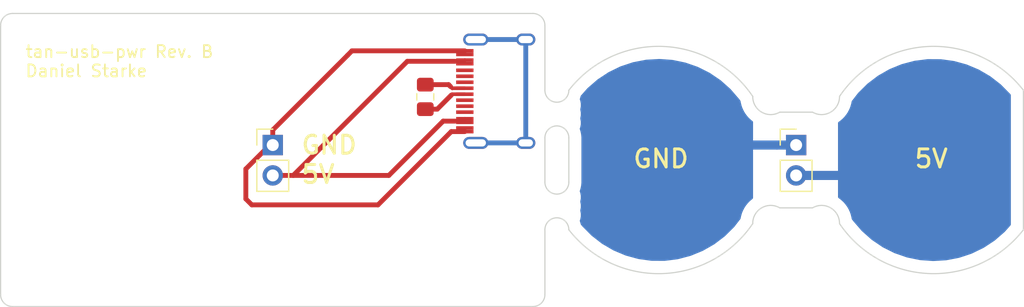
<source format=kicad_pcb>
(kicad_pcb (version 20171130) (host pcbnew "(5.1.5)-3")

  (general
    (thickness 1.6)
    (drawings 31)
    (tracks 41)
    (zones 0)
    (modules 7)
    (nets 6)
  )

  (page A4)
  (title_block
    (title "TAN USB PWR")
    (date 2024-11-30)
    (rev B)
    (company "Daniel Starke")
  )

  (layers
    (0 F.Cu signal)
    (31 B.Cu signal)
    (32 B.Adhes user)
    (33 F.Adhes user)
    (34 B.Paste user)
    (35 F.Paste user)
    (36 B.SilkS user)
    (37 F.SilkS user)
    (38 B.Mask user)
    (39 F.Mask user hide)
    (40 Dwgs.User user)
    (41 Cmts.User user)
    (42 Eco1.User user)
    (43 Eco2.User user)
    (44 Edge.Cuts user)
    (45 Margin user)
    (46 B.CrtYd user)
    (47 F.CrtYd user)
    (48 B.Fab user)
    (49 F.Fab user)
  )

  (setup
    (last_trace_width 0.4064)
    (user_trace_width 0.2032)
    (user_trace_width 0.254)
    (user_trace_width 0.3048)
    (user_trace_width 0.4064)
    (trace_clearance 0.1524)
    (zone_clearance 1)
    (zone_45_only no)
    (trace_min 0.0889)
    (via_size 0.5)
    (via_drill 0.3)
    (via_min_size 0.5)
    (via_min_drill 0.3)
    (uvia_size 0.5)
    (uvia_drill 0.3)
    (uvias_allowed no)
    (uvia_min_size 0.5)
    (uvia_min_drill 0.3)
    (edge_width 0.05)
    (segment_width 0.2)
    (pcb_text_width 0.3)
    (pcb_text_size 1.5 1.5)
    (mod_edge_width 0.12)
    (mod_text_size 1 1)
    (mod_text_width 0.15)
    (pad_size 3.5 3.5)
    (pad_drill 3.5)
    (pad_to_mask_clearance 0.0889)
    (solder_mask_min_width 0.0889)
    (aux_axis_origin 92 87.75)
    (grid_origin 92 87.75)
    (visible_elements 7FFFFFFF)
    (pcbplotparams
      (layerselection 0x010f0_ffffffff)
      (usegerberextensions false)
      (usegerberattributes false)
      (usegerberadvancedattributes false)
      (creategerberjobfile false)
      (excludeedgelayer false)
      (linewidth 0.020000)
      (plotframeref false)
      (viasonmask false)
      (mode 1)
      (useauxorigin true)
      (hpglpennumber 1)
      (hpglpenspeed 20)
      (hpglpendiameter 15.000000)
      (psnegative false)
      (psa4output false)
      (plotreference true)
      (plotvalue true)
      (plotinvisibletext false)
      (padsonsilk false)
      (subtractmaskfromsilk false)
      (outputformat 1)
      (mirror false)
      (drillshape 0)
      (scaleselection 1)
      (outputdirectory "gerber"))
  )

  (net 0 "")
  (net 1 GND)
  (net 2 +5V)
  (net 3 "Net-(P1-PadS1)")
  (net 4 "Net-(P1-PadA6)")
  (net 5 "Net-(P1-PadA7)")

  (net_class Default "This is the default net class."
    (clearance 0.1524)
    (trace_width 0.4064)
    (via_dia 0.5)
    (via_drill 0.3)
    (uvia_dia 0.5)
    (uvia_drill 0.3)
    (diff_pair_width 0.1524)
    (diff_pair_gap 0.1524)
    (add_net "Net-(P1-PadA6)")
    (add_net "Net-(P1-PadA7)")
    (add_net "Net-(P1-PadS1)")
  )

  (net_class Power ""
    (clearance 0.1524)
    (trace_width 0.762)
    (via_dia 0.5)
    (via_drill 0.3)
    (uvia_dia 0.5)
    (uvia_drill 0.3)
    (diff_pair_width 0.1524)
    (diff_pair_gap 0.1524)
    (add_net +5V)
    (add_net GND)
  )

  (module hw:mouse-bite-2mm-slot (layer F.Cu) (tedit 674A47FB) (tstamp 674A98B0)
    (at 138.5 79.35 90)
    (fp_text reference mouse-bite-2mm-slot (at 0 -2 90) (layer F.SilkS) hide
      (effects (font (size 1 1) (thickness 0.2)))
    )
    (fp_text value VAL** (at 0 2.1 90) (layer F.SilkS) hide
      (effects (font (size 1 1) (thickness 0.2)))
    )
    (fp_circle (center 2 0) (end 2.06 0) (layer Dwgs.User) (width 0.05))
    (fp_circle (center -2 0) (end -2 -0.06) (layer Dwgs.User) (width 0.05))
    (fp_line (start -2 0) (end -2 0) (layer Eco1.User) (width 2))
    (fp_line (start 2 0) (end 2 0) (layer Eco1.User) (width 2))
    (pad "" np_thru_hole circle (at 0 -0.75 90) (size 0.5 0.5) (drill 0.5) (layers *.Cu *.Mask))
    (pad "" np_thru_hole circle (at 0 0.75 90) (size 0.5 0.5) (drill 0.5) (layers *.Cu *.Mask))
    (pad "" np_thru_hole circle (at 0.75 -0.75 90) (size 0.5 0.5) (drill 0.5) (layers *.Cu *.Mask))
    (pad "" np_thru_hole circle (at -0.75 -0.75 90) (size 0.5 0.5) (drill 0.5) (layers *.Cu *.Mask))
    (pad "" np_thru_hole circle (at -0.75 0.75 90) (size 0.5 0.5) (drill 0.5) (layers *.Cu *.Mask))
    (pad "" np_thru_hole circle (at 0.75 0.75 90) (size 0.5 0.5) (drill 0.5) (layers *.Cu *.Mask))
  )

  (module hw:mouse-bite-2mm-slot (layer F.Cu) (tedit 674A47FB) (tstamp 674A9864)
    (at 138.5 71.65 90)
    (fp_text reference mouse-bite-2mm-slot (at 0 -2 90) (layer F.SilkS) hide
      (effects (font (size 1 1) (thickness 0.2)))
    )
    (fp_text value VAL** (at 0 2.1 90) (layer F.SilkS) hide
      (effects (font (size 1 1) (thickness 0.2)))
    )
    (fp_circle (center 2 0) (end 2.06 0) (layer Dwgs.User) (width 0.05))
    (fp_circle (center -2 0) (end -2 -0.06) (layer Dwgs.User) (width 0.05))
    (fp_line (start -2 0) (end -2 0) (layer Eco1.User) (width 2))
    (fp_line (start 2 0) (end 2 0) (layer Eco1.User) (width 2))
    (pad "" np_thru_hole circle (at 0 -0.75 90) (size 0.5 0.5) (drill 0.5) (layers *.Cu *.Mask))
    (pad "" np_thru_hole circle (at 0 0.75 90) (size 0.5 0.5) (drill 0.5) (layers *.Cu *.Mask))
    (pad "" np_thru_hole circle (at 0.75 -0.75 90) (size 0.5 0.5) (drill 0.5) (layers *.Cu *.Mask))
    (pad "" np_thru_hole circle (at -0.75 -0.75 90) (size 0.5 0.5) (drill 0.5) (layers *.Cu *.Mask))
    (pad "" np_thru_hole circle (at -0.75 0.75 90) (size 0.5 0.5) (drill 0.5) (layers *.Cu *.Mask))
    (pad "" np_thru_hole circle (at 0.75 0.75 90) (size 0.5 0.5) (drill 0.5) (layers *.Cu *.Mask))
  )

  (module MountingHole:MountingHole_2.1mm (layer F.Cu) (tedit 674A40EE) (tstamp 6711731C)
    (at 114.75 65.8)
    (descr "Mounting Hole 2.1mm, no annular")
    (tags "mounting hole 2.1mm no annular")
    (path /6711DD71)
    (attr virtual)
    (fp_text reference H1 (at 0 2) (layer F.SilkS) hide
      (effects (font (size 1 1) (thickness 0.15)))
    )
    (fp_text value MountingHole (at 0 3.2) (layer F.Fab)
      (effects (font (size 1 1) (thickness 0.15)))
    )
    (fp_circle (center 0 0) (end 2.35 0) (layer F.CrtYd) (width 0.05))
    (fp_circle (center 0 0) (end 2.1 0) (layer Cmts.User) (width 0.15))
    (fp_text user %R (at 0.3 0) (layer F.Fab)
      (effects (font (size 1 1) (thickness 0.15)))
    )
    (pad "" np_thru_hole circle (at 0 0) (size 3.5 3.5) (drill 3.5) (layers *.Cu *.Mask))
  )

  (module Resistor_SMD:R_0805_2012Metric_Pad1.15x1.40mm_HandSolder (layer F.Cu) (tedit 5B36C52B) (tstamp 6711650D)
    (at 127.5 70.225 270)
    (descr "Resistor SMD 0805 (2012 Metric), square (rectangular) end terminal, IPC_7351 nominal with elongated pad for handsoldering. (Body size source: https://docs.google.com/spreadsheets/d/1BsfQQcO9C6DZCsRaXUlFlo91Tg2WpOkGARC1WS5S8t0/edit?usp=sharing), generated with kicad-footprint-generator")
    (tags "resistor handsolder")
    (path /67106C92)
    (attr smd)
    (fp_text reference R1 (at -2.475 0 180) (layer F.SilkS) hide
      (effects (font (size 1 1) (thickness 0.15)))
    )
    (fp_text value 200R (at 0 1.65 90) (layer F.Fab)
      (effects (font (size 1 1) (thickness 0.15)))
    )
    (fp_text user %R (at 0 0 90) (layer F.Fab)
      (effects (font (size 0.5 0.5) (thickness 0.08)))
    )
    (fp_line (start 1.85 0.95) (end -1.85 0.95) (layer F.CrtYd) (width 0.05))
    (fp_line (start 1.85 -0.95) (end 1.85 0.95) (layer F.CrtYd) (width 0.05))
    (fp_line (start -1.85 -0.95) (end 1.85 -0.95) (layer F.CrtYd) (width 0.05))
    (fp_line (start -1.85 0.95) (end -1.85 -0.95) (layer F.CrtYd) (width 0.05))
    (fp_line (start -0.261252 0.71) (end 0.261252 0.71) (layer F.SilkS) (width 0.12))
    (fp_line (start -0.261252 -0.71) (end 0.261252 -0.71) (layer F.SilkS) (width 0.12))
    (fp_line (start 1 0.6) (end -1 0.6) (layer F.Fab) (width 0.1))
    (fp_line (start 1 -0.6) (end 1 0.6) (layer F.Fab) (width 0.1))
    (fp_line (start -1 -0.6) (end 1 -0.6) (layer F.Fab) (width 0.1))
    (fp_line (start -1 0.6) (end -1 -0.6) (layer F.Fab) (width 0.1))
    (pad 2 smd roundrect (at 1.025 0 270) (size 1.15 1.4) (layers F.Cu F.Paste F.Mask) (roundrect_rratio 0.217391)
      (net 4 "Net-(P1-PadA6)"))
    (pad 1 smd roundrect (at -1.025 0 270) (size 1.15 1.4) (layers F.Cu F.Paste F.Mask) (roundrect_rratio 0.217391)
      (net 5 "Net-(P1-PadA7)"))
    (model ${KISYS3DMOD}/Resistor_SMD.3dshapes/R_0805_2012Metric.wrl
      (at (xyz 0 0 0))
      (scale (xyz 1 1 1))
      (rotate (xyz 0 0 0))
    )
  )

  (module Connector_USB:USB_C_HRO_TYPE_C_31_M_12 (layer F.Cu) (tedit 5E6FDC12) (tstamp 671164FC)
    (at 138.5 69.75 90)
    (tags USB_C_HRO_TYPE_C_31_M_12)
    (path /671030C2)
    (attr smd)
    (fp_text reference P1 (at 0 -3.5 90) (layer F.SilkS) hide
      (effects (font (size 1 1) (thickness 0.15)))
    )
    (fp_text value USB_C_Plug_USB2.0 (at 0 1.15 90) (layer Dwgs.User)
      (effects (font (size 1 1) (thickness 0.15)))
    )
    (fp_line (start -4.47 -7.3) (end 4.47 -7.3) (layer Dwgs.User) (width 0.15))
    (fp_line (start 4.47 0) (end 4.47 -7.3) (layer Dwgs.User) (width 0.15))
    (fp_line (start -4.47 0) (end -4.47 -7.3) (layer Dwgs.User) (width 0.15))
    (fp_line (start -4.47 0) (end 4.47 0) (layer Dwgs.User) (width 0.15))
    (pad B1 smd rect (at 3.075 -7.695 90) (size 0.3 1.45) (layers F.Cu F.Paste F.Mask)
      (net 1 GND))
    (pad A9 smd rect (at 2.6 -7.695 90) (size 0.3 1.45) (layers F.Cu F.Paste F.Mask)
      (net 2 +5V))
    (pad A4 smd rect (at -2.6 -7.695 90) (size 0.3 1.45) (layers F.Cu F.Paste F.Mask)
      (net 2 +5V))
    (pad A1 smd rect (at -3.375 -7.695 90) (size 0.3 1.45) (layers F.Cu F.Paste F.Mask)
      (net 1 GND))
    (pad S1 thru_hole oval (at 4.32 -2.6 90) (size 1 1.6) (drill oval 0.6 1.2) (layers *.Cu *.Mask)
      (net 3 "Net-(P1-PadS1)"))
    (pad S1 thru_hole oval (at -4.32 -2.6 90) (size 1 1.6) (drill oval 0.6 1.2) (layers *.Cu *.Mask)
      (net 3 "Net-(P1-PadS1)"))
    (pad S1 thru_hole oval (at 4.32 -6.78 90) (size 1 2.1) (drill oval 0.6 1.7) (layers *.Cu *.Mask)
      (net 3 "Net-(P1-PadS1)"))
    (pad S1 thru_hole oval (at -4.32 -6.78 90) (size 1 2.1) (drill oval 0.6 1.7) (layers *.Cu *.Mask)
      (net 3 "Net-(P1-PadS1)"))
    (pad "" np_thru_hole circle (at -2.89 -6.25 90) (size 0.65 0.65) (drill 0.65) (layers *.Cu *.Mask))
    (pad "" np_thru_hole circle (at 2.89 -6.25 90) (size 0.65 0.65) (drill 0.65) (layers *.Cu *.Mask))
    (pad A6 smd rect (at -0.25 -7.695 90) (size 0.3 1.45) (layers F.Cu F.Paste F.Mask)
      (net 4 "Net-(P1-PadA6)"))
    (pad A7 smd rect (at 0.25 -7.695 90) (size 0.3 1.45) (layers F.Cu F.Paste F.Mask)
      (net 5 "Net-(P1-PadA7)"))
    (pad B6 smd rect (at 0.75 -7.695 90) (size 0.3 1.45) (layers F.Cu F.Paste F.Mask))
    (pad B7 smd rect (at -0.75 -7.695 90) (size 0.3 1.45) (layers F.Cu F.Paste F.Mask))
    (pad A8 smd rect (at 1.25 -7.695 90) (size 0.3 1.45) (layers F.Cu F.Paste F.Mask))
    (pad A5 smd rect (at -1.25 -7.695 90) (size 0.3 1.45) (layers F.Cu F.Paste F.Mask))
    (pad B5 smd rect (at 1.75 -7.695 90) (size 0.3 1.45) (layers F.Cu F.Paste F.Mask))
    (pad B8 smd rect (at -1.75 -7.695 90) (size 0.3 1.45) (layers F.Cu F.Paste F.Mask))
    (pad B9 smd rect (at -2.3 -7.695 90) (size 0.3 1.45) (layers F.Cu F.Paste F.Mask)
      (net 2 +5V))
    (pad B4 smd rect (at 2.3 -7.695 90) (size 0.3 1.45) (layers F.Cu F.Paste F.Mask)
      (net 2 +5V))
    (pad B12 smd rect (at -3.075 -7.695 90) (size 0.3 1.45) (layers F.Cu F.Paste F.Mask)
      (net 1 GND))
    (pad A12 smd rect (at 3.375 -7.695 90) (size 0.3 1.45) (layers F.Cu F.Paste F.Mask)
      (net 1 GND))
    (model ../3d/HRO_TYPE-C-31-M-12.wrl
      (at (xyz 0 0 0))
      (scale (xyz 1 1 1))
      (rotate (xyz 0 0 0))
    )
  )

  (module Connector_PinHeader_2.54mm:PinHeader_1x02_P2.54mm_Vertical (layer F.Cu) (tedit 59FED5CC) (tstamp 67116875)
    (at 114.75 74.25)
    (descr "Through hole straight pin header, 1x02, 2.54mm pitch, single row")
    (tags "Through hole pin header THT 1x02 2.54mm single row")
    (path /6710C089)
    (fp_text reference J1 (at 0 -2.33) (layer F.SilkS) hide
      (effects (font (size 1 1) (thickness 0.15)))
    )
    (fp_text value Conn_01x02 (at 0 4.87) (layer F.Fab)
      (effects (font (size 1 1) (thickness 0.15)))
    )
    (fp_text user %R (at 0 1.27 90) (layer F.Fab)
      (effects (font (size 1 1) (thickness 0.15)))
    )
    (fp_line (start 1.8 -1.8) (end -1.8 -1.8) (layer F.CrtYd) (width 0.05))
    (fp_line (start 1.8 4.35) (end 1.8 -1.8) (layer F.CrtYd) (width 0.05))
    (fp_line (start -1.8 4.35) (end 1.8 4.35) (layer F.CrtYd) (width 0.05))
    (fp_line (start -1.8 -1.8) (end -1.8 4.35) (layer F.CrtYd) (width 0.05))
    (fp_line (start -1.33 -1.33) (end 0 -1.33) (layer F.SilkS) (width 0.12))
    (fp_line (start -1.33 0) (end -1.33 -1.33) (layer F.SilkS) (width 0.12))
    (fp_line (start -1.33 1.27) (end 1.33 1.27) (layer F.SilkS) (width 0.12))
    (fp_line (start 1.33 1.27) (end 1.33 3.87) (layer F.SilkS) (width 0.12))
    (fp_line (start -1.33 1.27) (end -1.33 3.87) (layer F.SilkS) (width 0.12))
    (fp_line (start -1.33 3.87) (end 1.33 3.87) (layer F.SilkS) (width 0.12))
    (fp_line (start -1.27 -0.635) (end -0.635 -1.27) (layer F.Fab) (width 0.1))
    (fp_line (start -1.27 3.81) (end -1.27 -0.635) (layer F.Fab) (width 0.1))
    (fp_line (start 1.27 3.81) (end -1.27 3.81) (layer F.Fab) (width 0.1))
    (fp_line (start 1.27 -1.27) (end 1.27 3.81) (layer F.Fab) (width 0.1))
    (fp_line (start -0.635 -1.27) (end 1.27 -1.27) (layer F.Fab) (width 0.1))
    (pad 2 thru_hole oval (at 0 2.54) (size 1.7 1.7) (drill 1) (layers *.Cu *.Mask)
      (net 2 +5V))
    (pad 1 thru_hole rect (at 0 0) (size 1.7 1.7) (drill 1) (layers *.Cu *.Mask)
      (net 1 GND))
    (model ${KISYS3DMOD}/Connector_PinHeader_2.54mm.3dshapes/PinHeader_1x02_P2.54mm_Vertical.wrl
      (at (xyz 0 0 0))
      (scale (xyz 1 1 1))
      (rotate (xyz 0 0 0))
    )
  )

  (module Connector_PinHeader_2.54mm:PinHeader_1x02_P2.54mm_Vertical (layer F.Cu) (tedit 59FED5CC) (tstamp 6711747B)
    (at 158.5 74.25)
    (descr "Through hole straight pin header, 1x02, 2.54mm pitch, single row")
    (tags "Through hole pin header THT 1x02 2.54mm single row")
    (path /671175A1)
    (fp_text reference J2 (at 0 -2.33) (layer F.SilkS) hide
      (effects (font (size 1 1) (thickness 0.15)))
    )
    (fp_text value Conn_01x02 (at 0 4.87) (layer F.Fab)
      (effects (font (size 1 1) (thickness 0.15)))
    )
    (fp_text user %R (at 0 1.27 90) (layer F.Fab)
      (effects (font (size 1 1) (thickness 0.15)))
    )
    (fp_line (start 1.8 -1.8) (end -1.8 -1.8) (layer F.CrtYd) (width 0.05))
    (fp_line (start 1.8 4.35) (end 1.8 -1.8) (layer F.CrtYd) (width 0.05))
    (fp_line (start -1.8 4.35) (end 1.8 4.35) (layer F.CrtYd) (width 0.05))
    (fp_line (start -1.8 -1.8) (end -1.8 4.35) (layer F.CrtYd) (width 0.05))
    (fp_line (start -1.33 -1.33) (end 0 -1.33) (layer F.SilkS) (width 0.12))
    (fp_line (start -1.33 0) (end -1.33 -1.33) (layer F.SilkS) (width 0.12))
    (fp_line (start -1.33 1.27) (end 1.33 1.27) (layer F.SilkS) (width 0.12))
    (fp_line (start 1.33 1.27) (end 1.33 3.87) (layer F.SilkS) (width 0.12))
    (fp_line (start -1.33 1.27) (end -1.33 3.87) (layer F.SilkS) (width 0.12))
    (fp_line (start -1.33 3.87) (end 1.33 3.87) (layer F.SilkS) (width 0.12))
    (fp_line (start -1.27 -0.635) (end -0.635 -1.27) (layer F.Fab) (width 0.1))
    (fp_line (start -1.27 3.81) (end -1.27 -0.635) (layer F.Fab) (width 0.1))
    (fp_line (start 1.27 3.81) (end -1.27 3.81) (layer F.Fab) (width 0.1))
    (fp_line (start 1.27 -1.27) (end 1.27 3.81) (layer F.Fab) (width 0.1))
    (fp_line (start -0.635 -1.27) (end 1.27 -1.27) (layer F.Fab) (width 0.1))
    (pad 2 thru_hole oval (at 0 2.54) (size 1.7 1.7) (drill 1) (layers *.Cu *.Mask)
      (net 2 +5V))
    (pad 1 thru_hole rect (at 0 0) (size 1.7 1.7) (drill 1) (layers *.Cu *.Mask)
      (net 1 GND))
    (model ${KISYS3DMOD}/Connector_PinHeader_2.54mm.3dshapes/PinHeader_1x02_P2.54mm_Vertical.wrl
      (at (xyz 0 0 0))
      (scale (xyz 1 1 1))
      (rotate (xyz 0 0 0))
    )
  )

  (gr_line (start 139.5 77.35) (end 139.5 73.65) (layer Edge.Cuts) (width 0.1) (tstamp 674A99D2))
  (gr_arc (start 138.5 77.35) (end 137.5 77.35) (angle -180) (layer Edge.Cuts) (width 0.1) (tstamp 674A43D1))
  (gr_arc (start 138.5 73.65) (end 139.5 73.65) (angle -180) (layer Edge.Cuts) (width 0.1) (tstamp 674A43B2))
  (gr_line (start 177.5 69.669) (end 177.5 81.33095) (layer Edge.Cuts) (width 0.1) (tstamp 674A990C))
  (gr_arc (start 170 75.5) (end 162.126925 80.816456) (angle -108.1063631) (layer Edge.Cuts) (width 0.1) (tstamp 674A9909))
  (gr_arc (start 160.6271 80.79553) (end 162.126953 80.816511) (angle -121.06842) (layer Edge.Cuts) (width 0.1) (tstamp 674A9906))
  (gr_line (start 157.1289 79.5) (end 159.8711 79.5) (layer Edge.Cuts) (width 0.1) (tstamp 674A9903))
  (gr_arc (start 156.3729 80.79553) (end 157.128947 79.500003) (angle -121.0681) (layer Edge.Cuts) (width 0.1) (tstamp 674A9900))
  (gr_arc (start 147 75.5) (end 139.5 81.330999) (angle -108.1057277) (layer Edge.Cuts) (width 0.1) (tstamp 674A98FD))
  (gr_arc (start 147 75.5) (end 154.873037 70.18349) (angle -108.1057364) (layer Edge.Cuts) (width 0.1) (tstamp 674A98F7))
  (gr_arc (start 156.3729 70.2045) (end 154.873046 70.183531) (angle -121.0681) (layer Edge.Cuts) (width 0.1) (tstamp 674A98F4))
  (gr_line (start 157.1289 71.5) (end 159.8711 71.5) (layer Edge.Cuts) (width 0.1) (tstamp 674A98F1))
  (gr_arc (start 160.6271 70.2045) (end 159.871054 71.500029) (angle -121.06842) (layer Edge.Cuts) (width 0.1) (tstamp 674A98EE))
  (gr_arc (start 170 75.5) (end 177.5 69.669) (angle -108.1061261) (layer Edge.Cuts) (width 0.1) (tstamp 674A98EB))
  (gr_text "tan-usb-pwr Rev. B\nDaniel Starke" (at 94 67.25) (layer F.SilkS)
    (effects (font (size 1 1) (thickness 0.15)) (justify left))
  )
  (gr_text 5V (at 117.017857 76.695) (layer F.SilkS) (tstamp 67116A6E)
    (effects (font (size 1.5 1.5) (thickness 0.25)) (justify left))
  )
  (gr_text GND (at 117.017857 74.25) (layer F.SilkS)
    (effects (font (size 1.5 1.5) (thickness 0.25)) (justify left))
  )
  (gr_line (start 137.5 77.35) (end 137.5 73.65) (layer Edge.Cuts) (width 0.1) (tstamp 6711C885))
  (gr_line (start 137.5 81.330999) (end 137.5 86.75) (layer Edge.Cuts) (width 0.1) (tstamp 6711C884))
  (gr_arc (start 138.5 81.330999) (end 139.5 81.330999) (angle -180) (layer Edge.Cuts) (width 0.1) (tstamp 6711753C))
  (gr_arc (start 138.5 69.669002) (end 137.5 69.669002) (angle -180) (layer Edge.Cuts) (width 0.1))
  (gr_line (start 136.5 63.25) (end 93 63.25) (layer Edge.Cuts) (width 0.1))
  (gr_arc (start 136.5 64.25) (end 137.5 64.25) (angle -90) (layer Edge.Cuts) (width 0.1))
  (gr_line (start 137.5 69.669002) (end 137.5 64.25) (layer Edge.Cuts) (width 0.1))
  (gr_arc (start 136.5 86.75) (end 136.5 87.75) (angle -90) (layer Edge.Cuts) (width 0.1))
  (gr_line (start 93 87.75) (end 136.5 87.75) (layer Edge.Cuts) (width 0.1))
  (gr_line (start 92 64.25) (end 92 86.75) (layer Edge.Cuts) (width 0.1))
  (gr_arc (start 93 64.25) (end 93 63.25) (angle -90) (layer Edge.Cuts) (width 0.1))
  (gr_arc (start 93 86.75) (end 92 86.75) (angle -90) (layer Edge.Cuts) (width 0.1))
  (gr_text 5V (at 169.796472 75.3925) (layer F.SilkS) (tstamp 671174A9)
    (effects (font (size 1.5 1.5) (thickness 0.25)))
  )
  (gr_text GND (at 147.203524 75.3925) (layer F.SilkS) (tstamp 671174A6)
    (effects (font (size 1.5 1.5) (thickness 0.25)))
  )

  (segment (start 158.5 74.25) (end 156.888 74.25) (width 0.762) (layer B.Cu) (net 1))
  (segment (start 156.888 74.25) (end 146 74.25) (width 0.762) (layer B.Cu) (net 1))
  (segment (start 112.5 76.25) (end 112.5 78.75) (width 0.4064) (layer F.Cu) (net 1))
  (segment (start 112.5 78.75) (end 113 79.25) (width 0.4064) (layer F.Cu) (net 1))
  (segment (start 114.5 74.25) (end 112.5 76.25) (width 0.4064) (layer F.Cu) (net 1))
  (segment (start 123.5486 79.25) (end 129.6736 73.125) (width 0.4064) (layer F.Cu) (net 1))
  (segment (start 129.6736 73.125) (end 130.805 73.125) (width 0.4064) (layer F.Cu) (net 1))
  (segment (start 121 66.75) (end 114.75 72.9936) (width 0.4064) (layer F.Cu) (net 1))
  (segment (start 121.3686 66.375) (end 121 66.75) (width 0.4064) (layer F.Cu) (net 1))
  (segment (start 113 79.25) (end 123.5486 79.25) (width 0.4064) (layer F.Cu) (net 1))
  (segment (start 114.75 74.25) (end 114.5 74.25) (width 0.4064) (layer F.Cu) (net 1))
  (segment (start 130.805 66.375) (end 121.3686 66.375) (width 0.4064) (layer F.Cu) (net 1))
  (segment (start 114.75 72.9936) (end 114.75 74.25) (width 0.4064) (layer F.Cu) (net 1))
  (segment (start 130.805 73.125) (end 130.805 72.825) (width 0.2032) (layer F.Cu) (net 1))
  (segment (start 130.805 66.675) (end 130.805 66.375) (width 0.2032) (layer F.Cu) (net 1))
  (segment (start 158.5 76.79) (end 170.46 76.79) (width 0.762) (layer B.Cu) (net 2))
  (segment (start 128.9934 72.25) (end 130 72.25) (width 0.4064) (layer F.Cu) (net 2))
  (segment (start 124.4534 76.79) (end 128.9934 72.25) (width 0.4064) (layer F.Cu) (net 2))
  (segment (start 114.75 76.79) (end 124.4534 76.79) (width 0.4064) (layer F.Cu) (net 2))
  (segment (start 130.805 72.35) (end 130.805 72.05) (width 0.2032) (layer F.Cu) (net 2))
  (segment (start 130 72.25) (end 130.605 72.25) (width 0.3048) (layer F.Cu) (net 2))
  (segment (start 130.605 72.25) (end 130.805 72.05) (width 0.3048) (layer F.Cu) (net 2))
  (segment (start 130 67.25) (end 130.705 67.25) (width 0.3048) (layer F.Cu) (net 2))
  (segment (start 130.705 67.25) (end 130.805 67.15) (width 0.3048) (layer F.Cu) (net 2))
  (segment (start 116.46 76.79) (end 126 67.25) (width 0.4064) (layer F.Cu) (net 2))
  (segment (start 126 67.25) (end 130 67.25) (width 0.4064) (layer F.Cu) (net 2))
  (segment (start 130.805 67.45) (end 130.805 67.15) (width 0.2032) (layer F.Cu) (net 2))
  (segment (start 135.9 65.43) (end 135.9 74.07) (width 0.4064) (layer B.Cu) (net 3))
  (segment (start 135.9 74.07) (end 131.72 74.07) (width 0.4064) (layer B.Cu) (net 3))
  (segment (start 131.72 65.43) (end 135.9 65.43) (width 0.4064) (layer B.Cu) (net 3))
  (segment (start 129.75 70) (end 129.722032 70.027968) (width 0.3048) (layer F.Cu) (net 4))
  (segment (start 130.805 70) (end 129.75 70) (width 0.3048) (layer F.Cu) (net 4))
  (segment (start 129.722032 70.027968) (end 129.671232 70.078768) (width 0.3048) (layer F.Cu) (net 4))
  (segment (start 128.5 71.25) (end 129.671232 70.078768) (width 0.4064) (layer F.Cu) (net 4))
  (segment (start 127.5 71.25) (end 128.5 71.25) (width 0.4064) (layer F.Cu) (net 4))
  (segment (start 129.7752 69.5) (end 130.805 69.5) (width 0.3048) (layer F.Cu) (net 5))
  (segment (start 127.5 69.2) (end 129.45 69.2) (width 0.4064) (layer F.Cu) (net 5))
  (segment (start 129.755241 69.505241) (end 129.45 69.2) (width 0.3048) (layer F.Cu) (net 5))
  (segment (start 129.769959 69.505241) (end 129.7752 69.5) (width 0.3048) (layer F.Cu) (net 5))
  (segment (start 129.769959 69.505241) (end 129.755241 69.505241) (width 0.3048) (layer F.Cu) (net 5))
  (segment (start 129.45 69.2) (end 129.61 69.36) (width 0.4064) (layer F.Cu) (net 5))

  (zone (net 0) (net_name "") (layer B.Mask) (tstamp 674A9B3E) (hatch edge 0.508)
    (connect_pads (clearance 1))
    (min_thickness 0.254)
    (fill yes (arc_segments 32) (thermal_gap 1) (thermal_bridge_width 1))
    (polygon
      (pts
        (xy 177.5 85.75) (xy 162 85.75) (xy 162 65.25) (xy 177.5 65.25)
      )
    )
    (filled_polygon
      (pts
        (xy 170.608882 66.019503) (xy 171.223982 66.079149) (xy 171.833903 66.178661) (xy 172.436063 66.317617) (xy 173.027914 66.495429)
        (xy 173.606953 66.711345) (xy 174.170729 66.964452) (xy 174.716855 67.253677) (xy 175.243022 67.577798) (xy 175.747002 67.935443)
        (xy 176.226663 68.325097) (xy 176.679975 68.745114) (xy 177.105021 69.193714) (xy 177.373 69.516178) (xy 177.373 81.483774)
        (xy 177.105025 81.806238) (xy 176.679982 82.25484) (xy 176.226672 82.674858) (xy 175.747012 83.064514) (xy 175.243034 83.42216)
        (xy 174.716869 83.746282) (xy 174.170743 84.035509) (xy 173.606969 84.288617) (xy 173.027932 84.504535) (xy 172.436081 84.682349)
        (xy 171.833922 84.821306) (xy 171.224002 84.920819) (xy 170.608903 84.980467) (xy 169.991227 84.999997) (xy 169.373588 84.979326)
        (xy 168.7586 84.918543) (xy 168.148865 84.817903) (xy 167.546963 84.677834) (xy 166.955442 84.498927) (xy 166.376804 84.28194)
        (xy 165.813498 84.027791) (xy 165.267908 83.737556) (xy 164.742343 83.412462) (xy 164.239026 83.053886) (xy 163.760087 82.663345)
        (xy 163.307553 82.24249) (xy 162.88334 81.793104) (xy 162.489241 81.317088) (xy 162.127 80.816561) (xy 162.127 70.183456)
        (xy 162.489217 69.682896) (xy 162.883316 69.206879) (xy 163.30753 68.757493) (xy 163.760064 68.336638) (xy 164.239002 67.946096)
        (xy 164.74232 67.587519) (xy 165.267885 67.262424) (xy 165.813475 66.972188) (xy 166.376781 66.718038) (xy 166.955419 66.501051)
        (xy 167.546941 66.322143) (xy 168.148843 66.182072) (xy 168.758578 66.081431) (xy 169.373566 66.020646) (xy 169.991206 65.999974)
      )
    )
  )
  (zone (net 0) (net_name "") (layer B.Mask) (tstamp 674A9B3B) (hatch edge 0.508)
    (connect_pads (clearance 1))
    (min_thickness 0.254)
    (fill yes (arc_segments 32) (thermal_gap 1) (thermal_bridge_width 1))
    (polygon
      (pts
        (xy 154.9 85.75) (xy 139.7 85.75) (xy 139.7 65.25) (xy 154.9 65.25)
      )
    )
    (filled_polygon
      (pts
        (xy 147.626397 66.020675) (xy 148.241381 66.081457) (xy 148.851113 66.182094) (xy 149.453011 66.322161) (xy 150.044529 66.501065)
        (xy 150.623164 66.718049) (xy 151.186468 66.972194) (xy 151.732056 67.262426) (xy 152.257619 67.587515) (xy 152.760935 67.946087)
        (xy 153.239873 68.336623) (xy 153.692406 68.757472) (xy 154.11662 69.206853) (xy 154.51072 69.682864) (xy 154.773 70.045265)
        (xy 154.773 80.954751) (xy 154.510743 81.317155) (xy 154.116642 81.793167) (xy 153.692427 82.242549) (xy 153.239892 82.663399)
        (xy 152.760953 83.053937) (xy 152.257636 83.41251) (xy 151.73207 83.7376) (xy 151.186481 84.027833) (xy 150.623176 84.281979)
        (xy 150.044539 84.498963) (xy 149.453019 84.677867) (xy 148.851118 84.817935) (xy 148.241385 84.918573) (xy 147.626399 84.979355)
        (xy 147.008762 85.000025) (xy 146.391088 84.980494) (xy 145.77599 84.920846) (xy 145.166072 84.821333) (xy 144.563915 84.682376)
        (xy 143.972066 84.504563) (xy 143.393029 84.288647) (xy 142.829257 84.03554) (xy 142.283133 83.746315) (xy 141.756968 83.422195)
        (xy 141.25299 83.064551) (xy 140.773332 82.674897) (xy 140.320021 82.254882) (xy 139.894978 81.806283) (xy 139.827 81.724484)
        (xy 139.827 69.275555) (xy 139.895 69.193737) (xy 140.320042 68.74514) (xy 140.773351 68.325126) (xy 141.253008 67.935473)
        (xy 141.756984 67.577831) (xy 142.283147 67.253711) (xy 142.829269 66.964487) (xy 143.39304 66.711381) (xy 143.972075 66.495465)
        (xy 144.563922 66.317652) (xy 145.166078 66.178696) (xy 145.775994 66.079183) (xy 146.391089 66.019535) (xy 147.008761 66.000005)
      )
    )
  )
  (zone (net 0) (net_name "") (layer B.Paste) (tstamp 674A9B38) (hatch edge 0.508)
    (connect_pads (clearance 1))
    (min_thickness 0.254)
    (fill yes (arc_segments 32) (thermal_gap 1) (thermal_bridge_width 1))
    (polygon
      (pts
        (xy 177.5 85.75) (xy 162 85.75) (xy 162 65.25) (xy 177.5 65.25)
      )
    )
    (filled_polygon
      (pts
        (xy 170.608882 66.019503) (xy 171.223982 66.079149) (xy 171.833903 66.178661) (xy 172.436063 66.317617) (xy 173.027914 66.495429)
        (xy 173.606953 66.711345) (xy 174.170729 66.964452) (xy 174.716855 67.253677) (xy 175.243022 67.577798) (xy 175.747002 67.935443)
        (xy 176.226663 68.325097) (xy 176.679975 68.745114) (xy 177.105021 69.193714) (xy 177.373 69.516178) (xy 177.373 81.483774)
        (xy 177.105025 81.806238) (xy 176.679982 82.25484) (xy 176.226672 82.674858) (xy 175.747012 83.064514) (xy 175.243034 83.42216)
        (xy 174.716869 83.746282) (xy 174.170743 84.035509) (xy 173.606969 84.288617) (xy 173.027932 84.504535) (xy 172.436081 84.682349)
        (xy 171.833922 84.821306) (xy 171.224002 84.920819) (xy 170.608903 84.980467) (xy 169.991227 84.999997) (xy 169.373588 84.979326)
        (xy 168.7586 84.918543) (xy 168.148865 84.817903) (xy 167.546963 84.677834) (xy 166.955442 84.498927) (xy 166.376804 84.28194)
        (xy 165.813498 84.027791) (xy 165.267908 83.737556) (xy 164.742343 83.412462) (xy 164.239026 83.053886) (xy 163.760087 82.663345)
        (xy 163.307553 82.24249) (xy 162.88334 81.793104) (xy 162.489241 81.317088) (xy 162.127 80.816561) (xy 162.127 70.183456)
        (xy 162.489217 69.682896) (xy 162.883316 69.206879) (xy 163.30753 68.757493) (xy 163.760064 68.336638) (xy 164.239002 67.946096)
        (xy 164.74232 67.587519) (xy 165.267885 67.262424) (xy 165.813475 66.972188) (xy 166.376781 66.718038) (xy 166.955419 66.501051)
        (xy 167.546941 66.322143) (xy 168.148843 66.182072) (xy 168.758578 66.081431) (xy 169.373566 66.020646) (xy 169.991206 65.999974)
      )
    )
  )
  (zone (net 2) (net_name +5V) (layer B.Cu) (tstamp 674A9B35) (hatch edge 0.508)
    (connect_pads (clearance 1))
    (min_thickness 0.254)
    (fill yes (arc_segments 32) (thermal_gap 1) (thermal_bridge_width 1))
    (polygon
      (pts
        (xy 177.5 85.75) (xy 162 85.75) (xy 162 65.25) (xy 177.5 65.25)
      )
    )
    (filled_polygon
      (pts
        (xy 170.584755 67.200069) (xy 171.663115 67.347403) (xy 172.713004 67.634226) (xy 173.71649 68.055641) (xy 174.656379 68.604427)
        (xy 175.516592 69.271196) (xy 176.298348 70.060629) (xy 176.323 70.090623) (xy 176.323001 80.883692) (xy 175.846006 81.420687)
        (xy 175.023188 82.133091) (xy 174.114424 82.732) (xy 173.135259 83.20717) (xy 172.102442 83.550468) (xy 171.033667 83.756019)
        (xy 169.947193 83.820308) (xy 168.861627 83.742234) (xy 167.795537 83.523133) (xy 166.76717 83.166755) (xy 165.794114 82.679195)
        (xy 164.893023 82.068798) (xy 164.079313 81.346006) (xy 163.352092 80.506075) (xy 163.267803 80.388269) (xy 163.258035 80.313741)
        (xy 163.254209 80.297759) (xy 163.184046 80.013543) (xy 163.148488 79.912948) (xy 163.11435 79.811901) (xy 163.107492 79.796967)
        (xy 162.983461 79.531791) (xy 162.929057 79.440044) (xy 162.875926 79.347523) (xy 162.866298 79.334206) (xy 162.693123 79.098172)
        (xy 162.621924 79.018728) (xy 162.551846 78.938303) (xy 162.539815 78.927109) (xy 162.324092 78.729206) (xy 162.238809 78.665097)
        (xy 162.154449 78.599819) (xy 162.140472 78.591175) (xy 162.127 78.582973) (xy 162.127 72.415269) (xy 162.145047 72.402725)
        (xy 162.233469 72.34308) (xy 162.246058 72.332517) (xy 162.468992 72.142776) (xy 162.543068 72.066065) (xy 162.618266 71.990336)
        (xy 162.628563 71.977528) (xy 162.810397 71.748098) (xy 162.868203 71.658395) (xy 162.927212 71.569575) (xy 162.934826 71.555012)
        (xy 163.068634 71.294633) (xy 163.107891 71.195474) (xy 163.148552 71.096817) (xy 163.153191 71.081052) (xy 163.233878 70.799642)
        (xy 163.253138 70.694688) (xy 163.26455 70.637043) (xy 163.771196 69.983408) (xy 164.544548 69.217577) (xy 165.411234 68.55925)
        (xy 166.356447 68.019672) (xy 167.363994 67.608089) (xy 168.416653 67.331536) (xy 169.496397 67.194751)
      )
    )
  )
  (zone (net 1) (net_name GND) (layer B.Cu) (tstamp 674A9B32) (hatch edge 0.508)
    (connect_pads (clearance 1))
    (min_thickness 0.254)
    (fill yes (arc_segments 32) (thermal_gap 1) (thermal_bridge_width 1))
    (polygon
      (pts
        (xy 154.9 85.722409) (xy 139.7 85.722409) (xy 139.7 65.222409) (xy 154.9 65.222409)
      )
    )
    (filled_polygon
      (pts
        (xy 148.1384 67.257771) (xy 149.204497 67.476878) (xy 150.232858 67.833259) (xy 151.205915 68.320825) (xy 152.107002 68.931224)
        (xy 152.920713 69.654023) (xy 153.64793 70.493957) (xy 153.732191 70.611724) (xy 153.741964 70.686291) (xy 153.745791 70.702273)
        (xy 153.815954 70.986489) (xy 153.851514 71.087091) (xy 153.885652 71.188138) (xy 153.89251 71.203072) (xy 154.016542 71.468247)
        (xy 154.070945 71.559991) (xy 154.124075 71.65251) (xy 154.133703 71.665827) (xy 154.306878 71.901861) (xy 154.378081 71.981309)
        (xy 154.448159 72.061734) (xy 154.460191 72.072928) (xy 154.675914 72.27083) (xy 154.761217 72.334954) (xy 154.773 72.344072)
        (xy 154.773 78.652587) (xy 154.766545 78.656941) (xy 154.753956 78.667504) (xy 154.53102 78.857244) (xy 154.456913 78.933987)
        (xy 154.381749 79.00968) (xy 154.371452 79.022487) (xy 154.189616 79.251915) (xy 154.131828 79.341589) (xy 154.072797 79.430442)
        (xy 154.065183 79.445005) (xy 153.931373 79.705383) (xy 153.892113 79.804549) (xy 153.851455 79.903197) (xy 153.846816 79.918962)
        (xy 153.766128 80.200371) (xy 153.746876 80.305278) (xy 153.735457 80.36295) (xy 153.228763 81.016638) (xy 152.455408 81.78246)
        (xy 151.588713 82.440783) (xy 150.643495 82.980355) (xy 149.635947 83.39193) (xy 148.583288 83.668475) (xy 147.503552 83.805252)
        (xy 146.415187 83.799926) (xy 145.336829 83.652585) (xy 144.286934 83.365752) (xy 143.283464 82.944336) (xy 142.343568 82.395536)
        (xy 141.483362 81.728763) (xy 140.701612 80.939323) (xy 140.615026 80.833974) (xy 140.604911 80.782892) (xy 140.600052 80.767193)
        (xy 140.541087 80.581315) (xy 140.574083 80.501656) (xy 140.627 80.235623) (xy 140.627 79.964377) (xy 140.579385 79.725)
        (xy 140.627 79.485623) (xy 140.627 79.214377) (xy 140.579385 78.975) (xy 140.627 78.735623) (xy 140.627 78.464377)
        (xy 140.574083 78.198344) (xy 140.53704 78.108915) (xy 140.546451 78.086958) (xy 140.551311 78.07126) (xy 140.60772 77.884424)
        (xy 140.628447 77.779748) (xy 140.650619 77.675434) (xy 140.652338 77.65909) (xy 140.671382 77.464857) (xy 140.671382 77.464853)
        (xy 140.677 77.407812) (xy 140.677 73.592188) (xy 140.671285 73.534163) (xy 140.671285 73.521182) (xy 140.669568 73.504839)
        (xy 140.647813 73.310889) (xy 140.625627 73.206514) (xy 140.604911 73.101893) (xy 140.600052 73.086194) (xy 140.541039 72.900164)
        (xy 140.537093 72.890958) (xy 140.574083 72.801656) (xy 140.627 72.535623) (xy 140.627 72.264377) (xy 140.579385 72.025)
        (xy 140.627 71.785623) (xy 140.627 71.514377) (xy 140.579385 71.275) (xy 140.627 71.035623) (xy 140.627 70.764377)
        (xy 140.574083 70.498344) (xy 140.541043 70.418578) (xy 140.546451 70.40596) (xy 140.551311 70.390262) (xy 140.60772 70.203426)
        (xy 140.610045 70.191686) (xy 141.154023 69.579287) (xy 141.976839 68.866891) (xy 142.88561 68.267983) (xy 143.864772 67.79282)
        (xy 144.897589 67.449525) (xy 145.966369 67.243979) (xy 147.052843 67.179693)
      )
    )
  )
  (zone (net 0) (net_name "") (layer B.Paste) (tstamp 674A9B2F) (hatch edge 0.508)
    (connect_pads (clearance 1))
    (min_thickness 0.254)
    (fill yes (arc_segments 32) (thermal_gap 1) (thermal_bridge_width 1))
    (polygon
      (pts
        (xy 154.9 85.75) (xy 139.7 85.75) (xy 139.7 65.25) (xy 154.9 65.25)
      )
    )
    (filled_polygon
      (pts
        (xy 147.626397 66.020675) (xy 148.241381 66.081457) (xy 148.851113 66.182094) (xy 149.453011 66.322161) (xy 150.044529 66.501065)
        (xy 150.623164 66.718049) (xy 151.186468 66.972194) (xy 151.732056 67.262426) (xy 152.257619 67.587515) (xy 152.760935 67.946087)
        (xy 153.239873 68.336623) (xy 153.692406 68.757472) (xy 154.11662 69.206853) (xy 154.51072 69.682864) (xy 154.773 70.045265)
        (xy 154.773 80.954751) (xy 154.510743 81.317155) (xy 154.116642 81.793167) (xy 153.692427 82.242549) (xy 153.239892 82.663399)
        (xy 152.760953 83.053937) (xy 152.257636 83.41251) (xy 151.73207 83.7376) (xy 151.186481 84.027833) (xy 150.623176 84.281979)
        (xy 150.044539 84.498963) (xy 149.453019 84.677867) (xy 148.851118 84.817935) (xy 148.241385 84.918573) (xy 147.626399 84.979355)
        (xy 147.008762 85.000025) (xy 146.391088 84.980494) (xy 145.77599 84.920846) (xy 145.166072 84.821333) (xy 144.563915 84.682376)
        (xy 143.972066 84.504563) (xy 143.393029 84.288647) (xy 142.829257 84.03554) (xy 142.283133 83.746315) (xy 141.756968 83.422195)
        (xy 141.25299 83.064551) (xy 140.773332 82.674897) (xy 140.320021 82.254882) (xy 139.894978 81.806283) (xy 139.827 81.724484)
        (xy 139.827 69.275555) (xy 139.895 69.193737) (xy 140.320042 68.74514) (xy 140.773351 68.325126) (xy 141.253008 67.935473)
        (xy 141.756984 67.577831) (xy 142.283147 67.253711) (xy 142.829269 66.964487) (xy 143.39304 66.711381) (xy 143.972075 66.495465)
        (xy 144.563922 66.317652) (xy 145.166078 66.178696) (xy 145.775994 66.079183) (xy 146.391089 66.019535) (xy 147.008761 66.000005)
      )
    )
  )
)

</source>
